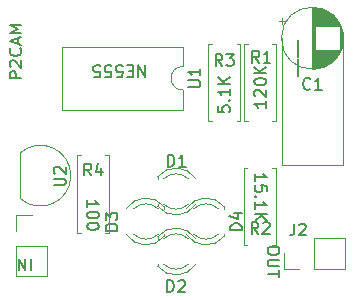
<source format=gbr>
%TF.GenerationSoftware,KiCad,Pcbnew,8.0.5*%
%TF.CreationDate,2025-07-29T10:24:45+02:00*%
%TF.ProjectId,LED_FADER,4c45445f-4641-4444-9552-2e6b69636164,rev?*%
%TF.SameCoordinates,Original*%
%TF.FileFunction,Legend,Top*%
%TF.FilePolarity,Positive*%
%FSLAX46Y46*%
G04 Gerber Fmt 4.6, Leading zero omitted, Abs format (unit mm)*
G04 Created by KiCad (PCBNEW 8.0.5) date 2025-07-29 10:24:45*
%MOMM*%
%LPD*%
G01*
G04 APERTURE LIST*
%ADD10C,0.100000*%
%ADD11C,0.150000*%
%ADD12C,0.190000*%
%ADD13C,0.200000*%
%ADD14C,0.120000*%
G04 APERTURE END LIST*
D10*
X146365113Y-79080000D02*
X146365113Y-89840000D01*
X146365113Y-89840000D02*
X151595113Y-89840000D01*
X151595113Y-89840000D02*
X151595113Y-79080000D01*
D11*
X140974819Y-84836190D02*
X140974819Y-85312380D01*
X140974819Y-85312380D02*
X141451009Y-85359999D01*
X141451009Y-85359999D02*
X141403390Y-85312380D01*
X141403390Y-85312380D02*
X141355771Y-85217142D01*
X141355771Y-85217142D02*
X141355771Y-84979047D01*
X141355771Y-84979047D02*
X141403390Y-84883809D01*
X141403390Y-84883809D02*
X141451009Y-84836190D01*
X141451009Y-84836190D02*
X141546247Y-84788571D01*
X141546247Y-84788571D02*
X141784342Y-84788571D01*
X141784342Y-84788571D02*
X141879580Y-84836190D01*
X141879580Y-84836190D02*
X141927200Y-84883809D01*
X141927200Y-84883809D02*
X141974819Y-84979047D01*
X141974819Y-84979047D02*
X141974819Y-85217142D01*
X141974819Y-85217142D02*
X141927200Y-85312380D01*
X141927200Y-85312380D02*
X141879580Y-85359999D01*
X141879580Y-84359999D02*
X141927200Y-84312380D01*
X141927200Y-84312380D02*
X141974819Y-84359999D01*
X141974819Y-84359999D02*
X141927200Y-84407618D01*
X141927200Y-84407618D02*
X141879580Y-84359999D01*
X141879580Y-84359999D02*
X141974819Y-84359999D01*
X141974819Y-83360000D02*
X141974819Y-83931428D01*
X141974819Y-83645714D02*
X140974819Y-83645714D01*
X140974819Y-83645714D02*
X141117676Y-83740952D01*
X141117676Y-83740952D02*
X141212914Y-83836190D01*
X141212914Y-83836190D02*
X141260533Y-83931428D01*
X141974819Y-82931428D02*
X140974819Y-82931428D01*
X141974819Y-82360000D02*
X141403390Y-82788571D01*
X140974819Y-82360000D02*
X141546247Y-82931428D01*
X144095180Y-91145238D02*
X144095180Y-90573810D01*
X144095180Y-90859524D02*
X145095180Y-90859524D01*
X145095180Y-90859524D02*
X144952323Y-90764286D01*
X144952323Y-90764286D02*
X144857085Y-90669048D01*
X144857085Y-90669048D02*
X144809466Y-90573810D01*
X145095180Y-92050000D02*
X145095180Y-91573810D01*
X145095180Y-91573810D02*
X144618990Y-91526191D01*
X144618990Y-91526191D02*
X144666609Y-91573810D01*
X144666609Y-91573810D02*
X144714228Y-91669048D01*
X144714228Y-91669048D02*
X144714228Y-91907143D01*
X144714228Y-91907143D02*
X144666609Y-92002381D01*
X144666609Y-92002381D02*
X144618990Y-92050000D01*
X144618990Y-92050000D02*
X144523752Y-92097619D01*
X144523752Y-92097619D02*
X144285657Y-92097619D01*
X144285657Y-92097619D02*
X144190419Y-92050000D01*
X144190419Y-92050000D02*
X144142800Y-92002381D01*
X144142800Y-92002381D02*
X144095180Y-91907143D01*
X144095180Y-91907143D02*
X144095180Y-91669048D01*
X144095180Y-91669048D02*
X144142800Y-91573810D01*
X144142800Y-91573810D02*
X144190419Y-91526191D01*
X144190419Y-92526191D02*
X144142800Y-92573810D01*
X144142800Y-92573810D02*
X144095180Y-92526191D01*
X144095180Y-92526191D02*
X144142800Y-92478572D01*
X144142800Y-92478572D02*
X144190419Y-92526191D01*
X144190419Y-92526191D02*
X144095180Y-92526191D01*
X144095180Y-93526190D02*
X144095180Y-92954762D01*
X144095180Y-93240476D02*
X145095180Y-93240476D01*
X145095180Y-93240476D02*
X144952323Y-93145238D01*
X144952323Y-93145238D02*
X144857085Y-93050000D01*
X144857085Y-93050000D02*
X144809466Y-92954762D01*
X144095180Y-93954762D02*
X145095180Y-93954762D01*
X144095180Y-94526190D02*
X144666609Y-94097619D01*
X145095180Y-94526190D02*
X144523752Y-93954762D01*
X129885180Y-93393333D02*
X129885180Y-92821905D01*
X129885180Y-93107619D02*
X130885180Y-93107619D01*
X130885180Y-93107619D02*
X130742323Y-93012381D01*
X130742323Y-93012381D02*
X130647085Y-92917143D01*
X130647085Y-92917143D02*
X130599466Y-92821905D01*
X130885180Y-94012381D02*
X130885180Y-94107619D01*
X130885180Y-94107619D02*
X130837561Y-94202857D01*
X130837561Y-94202857D02*
X130789942Y-94250476D01*
X130789942Y-94250476D02*
X130694704Y-94298095D01*
X130694704Y-94298095D02*
X130504228Y-94345714D01*
X130504228Y-94345714D02*
X130266133Y-94345714D01*
X130266133Y-94345714D02*
X130075657Y-94298095D01*
X130075657Y-94298095D02*
X129980419Y-94250476D01*
X129980419Y-94250476D02*
X129932800Y-94202857D01*
X129932800Y-94202857D02*
X129885180Y-94107619D01*
X129885180Y-94107619D02*
X129885180Y-94012381D01*
X129885180Y-94012381D02*
X129932800Y-93917143D01*
X129932800Y-93917143D02*
X129980419Y-93869524D01*
X129980419Y-93869524D02*
X130075657Y-93821905D01*
X130075657Y-93821905D02*
X130266133Y-93774286D01*
X130266133Y-93774286D02*
X130504228Y-93774286D01*
X130504228Y-93774286D02*
X130694704Y-93821905D01*
X130694704Y-93821905D02*
X130789942Y-93869524D01*
X130789942Y-93869524D02*
X130837561Y-93917143D01*
X130837561Y-93917143D02*
X130885180Y-94012381D01*
X130885180Y-94964762D02*
X130885180Y-95060000D01*
X130885180Y-95060000D02*
X130837561Y-95155238D01*
X130837561Y-95155238D02*
X130789942Y-95202857D01*
X130789942Y-95202857D02*
X130694704Y-95250476D01*
X130694704Y-95250476D02*
X130504228Y-95298095D01*
X130504228Y-95298095D02*
X130266133Y-95298095D01*
X130266133Y-95298095D02*
X130075657Y-95250476D01*
X130075657Y-95250476D02*
X129980419Y-95202857D01*
X129980419Y-95202857D02*
X129932800Y-95155238D01*
X129932800Y-95155238D02*
X129885180Y-95060000D01*
X129885180Y-95060000D02*
X129885180Y-94964762D01*
X129885180Y-94964762D02*
X129932800Y-94869524D01*
X129932800Y-94869524D02*
X129980419Y-94821905D01*
X129980419Y-94821905D02*
X130075657Y-94774286D01*
X130075657Y-94774286D02*
X130266133Y-94726667D01*
X130266133Y-94726667D02*
X130504228Y-94726667D01*
X130504228Y-94726667D02*
X130694704Y-94774286D01*
X130694704Y-94774286D02*
X130789942Y-94821905D01*
X130789942Y-94821905D02*
X130837561Y-94869524D01*
X130837561Y-94869524D02*
X130885180Y-94964762D01*
X145054819Y-84396666D02*
X145054819Y-84968094D01*
X145054819Y-84682380D02*
X144054819Y-84682380D01*
X144054819Y-84682380D02*
X144197676Y-84777618D01*
X144197676Y-84777618D02*
X144292914Y-84872856D01*
X144292914Y-84872856D02*
X144340533Y-84968094D01*
X144150057Y-84015713D02*
X144102438Y-83968094D01*
X144102438Y-83968094D02*
X144054819Y-83872856D01*
X144054819Y-83872856D02*
X144054819Y-83634761D01*
X144054819Y-83634761D02*
X144102438Y-83539523D01*
X144102438Y-83539523D02*
X144150057Y-83491904D01*
X144150057Y-83491904D02*
X144245295Y-83444285D01*
X144245295Y-83444285D02*
X144340533Y-83444285D01*
X144340533Y-83444285D02*
X144483390Y-83491904D01*
X144483390Y-83491904D02*
X145054819Y-84063332D01*
X145054819Y-84063332D02*
X145054819Y-83444285D01*
X144054819Y-82825237D02*
X144054819Y-82729999D01*
X144054819Y-82729999D02*
X144102438Y-82634761D01*
X144102438Y-82634761D02*
X144150057Y-82587142D01*
X144150057Y-82587142D02*
X144245295Y-82539523D01*
X144245295Y-82539523D02*
X144435771Y-82491904D01*
X144435771Y-82491904D02*
X144673866Y-82491904D01*
X144673866Y-82491904D02*
X144864342Y-82539523D01*
X144864342Y-82539523D02*
X144959580Y-82587142D01*
X144959580Y-82587142D02*
X145007200Y-82634761D01*
X145007200Y-82634761D02*
X145054819Y-82729999D01*
X145054819Y-82729999D02*
X145054819Y-82825237D01*
X145054819Y-82825237D02*
X145007200Y-82920475D01*
X145007200Y-82920475D02*
X144959580Y-82968094D01*
X144959580Y-82968094D02*
X144864342Y-83015713D01*
X144864342Y-83015713D02*
X144673866Y-83063332D01*
X144673866Y-83063332D02*
X144435771Y-83063332D01*
X144435771Y-83063332D02*
X144245295Y-83015713D01*
X144245295Y-83015713D02*
X144150057Y-82968094D01*
X144150057Y-82968094D02*
X144102438Y-82920475D01*
X144102438Y-82920475D02*
X144054819Y-82825237D01*
X145054819Y-82063332D02*
X144054819Y-82063332D01*
X145054819Y-81491904D02*
X144483390Y-81920475D01*
X144054819Y-81491904D02*
X144626247Y-82063332D01*
D12*
X124332739Y-82478094D02*
X123332739Y-82478094D01*
X123332739Y-82478094D02*
X123332739Y-82097142D01*
X123332739Y-82097142D02*
X123380358Y-82001904D01*
X123380358Y-82001904D02*
X123427977Y-81954285D01*
X123427977Y-81954285D02*
X123523215Y-81906666D01*
X123523215Y-81906666D02*
X123666072Y-81906666D01*
X123666072Y-81906666D02*
X123761310Y-81954285D01*
X123761310Y-81954285D02*
X123808929Y-82001904D01*
X123808929Y-82001904D02*
X123856548Y-82097142D01*
X123856548Y-82097142D02*
X123856548Y-82478094D01*
X123427977Y-81525713D02*
X123380358Y-81478094D01*
X123380358Y-81478094D02*
X123332739Y-81382856D01*
X123332739Y-81382856D02*
X123332739Y-81144761D01*
X123332739Y-81144761D02*
X123380358Y-81049523D01*
X123380358Y-81049523D02*
X123427977Y-81001904D01*
X123427977Y-81001904D02*
X123523215Y-80954285D01*
X123523215Y-80954285D02*
X123618453Y-80954285D01*
X123618453Y-80954285D02*
X123761310Y-81001904D01*
X123761310Y-81001904D02*
X124332739Y-81573332D01*
X124332739Y-81573332D02*
X124332739Y-80954285D01*
X124237500Y-79954285D02*
X124285120Y-80001904D01*
X124285120Y-80001904D02*
X124332739Y-80144761D01*
X124332739Y-80144761D02*
X124332739Y-80239999D01*
X124332739Y-80239999D02*
X124285120Y-80382856D01*
X124285120Y-80382856D02*
X124189881Y-80478094D01*
X124189881Y-80478094D02*
X124094643Y-80525713D01*
X124094643Y-80525713D02*
X123904167Y-80573332D01*
X123904167Y-80573332D02*
X123761310Y-80573332D01*
X123761310Y-80573332D02*
X123570834Y-80525713D01*
X123570834Y-80525713D02*
X123475596Y-80478094D01*
X123475596Y-80478094D02*
X123380358Y-80382856D01*
X123380358Y-80382856D02*
X123332739Y-80239999D01*
X123332739Y-80239999D02*
X123332739Y-80144761D01*
X123332739Y-80144761D02*
X123380358Y-80001904D01*
X123380358Y-80001904D02*
X123427977Y-79954285D01*
X124047024Y-79573332D02*
X124047024Y-79097142D01*
X124332739Y-79668570D02*
X123332739Y-79335237D01*
X123332739Y-79335237D02*
X124332739Y-79001904D01*
X124332739Y-78668570D02*
X123332739Y-78668570D01*
X123332739Y-78668570D02*
X124047024Y-78335237D01*
X124047024Y-78335237D02*
X123332739Y-78001904D01*
X123332739Y-78001904D02*
X124332739Y-78001904D01*
D11*
X134816666Y-81375180D02*
X134816666Y-82375180D01*
X134816666Y-82375180D02*
X134245238Y-81375180D01*
X134245238Y-81375180D02*
X134245238Y-82375180D01*
X133769047Y-81898990D02*
X133435714Y-81898990D01*
X133292857Y-81375180D02*
X133769047Y-81375180D01*
X133769047Y-81375180D02*
X133769047Y-82375180D01*
X133769047Y-82375180D02*
X133292857Y-82375180D01*
X132388095Y-82375180D02*
X132864285Y-82375180D01*
X132864285Y-82375180D02*
X132911904Y-81898990D01*
X132911904Y-81898990D02*
X132864285Y-81946609D01*
X132864285Y-81946609D02*
X132769047Y-81994228D01*
X132769047Y-81994228D02*
X132530952Y-81994228D01*
X132530952Y-81994228D02*
X132435714Y-81946609D01*
X132435714Y-81946609D02*
X132388095Y-81898990D01*
X132388095Y-81898990D02*
X132340476Y-81803752D01*
X132340476Y-81803752D02*
X132340476Y-81565657D01*
X132340476Y-81565657D02*
X132388095Y-81470419D01*
X132388095Y-81470419D02*
X132435714Y-81422800D01*
X132435714Y-81422800D02*
X132530952Y-81375180D01*
X132530952Y-81375180D02*
X132769047Y-81375180D01*
X132769047Y-81375180D02*
X132864285Y-81422800D01*
X132864285Y-81422800D02*
X132911904Y-81470419D01*
X131435714Y-82375180D02*
X131911904Y-82375180D01*
X131911904Y-82375180D02*
X131959523Y-81898990D01*
X131959523Y-81898990D02*
X131911904Y-81946609D01*
X131911904Y-81946609D02*
X131816666Y-81994228D01*
X131816666Y-81994228D02*
X131578571Y-81994228D01*
X131578571Y-81994228D02*
X131483333Y-81946609D01*
X131483333Y-81946609D02*
X131435714Y-81898990D01*
X131435714Y-81898990D02*
X131388095Y-81803752D01*
X131388095Y-81803752D02*
X131388095Y-81565657D01*
X131388095Y-81565657D02*
X131435714Y-81470419D01*
X131435714Y-81470419D02*
X131483333Y-81422800D01*
X131483333Y-81422800D02*
X131578571Y-81375180D01*
X131578571Y-81375180D02*
X131816666Y-81375180D01*
X131816666Y-81375180D02*
X131911904Y-81422800D01*
X131911904Y-81422800D02*
X131959523Y-81470419D01*
X130483333Y-82375180D02*
X130959523Y-82375180D01*
X130959523Y-82375180D02*
X131007142Y-81898990D01*
X131007142Y-81898990D02*
X130959523Y-81946609D01*
X130959523Y-81946609D02*
X130864285Y-81994228D01*
X130864285Y-81994228D02*
X130626190Y-81994228D01*
X130626190Y-81994228D02*
X130530952Y-81946609D01*
X130530952Y-81946609D02*
X130483333Y-81898990D01*
X130483333Y-81898990D02*
X130435714Y-81803752D01*
X130435714Y-81803752D02*
X130435714Y-81565657D01*
X130435714Y-81565657D02*
X130483333Y-81470419D01*
X130483333Y-81470419D02*
X130530952Y-81422800D01*
X130530952Y-81422800D02*
X130626190Y-81375180D01*
X130626190Y-81375180D02*
X130864285Y-81375180D01*
X130864285Y-81375180D02*
X130959523Y-81422800D01*
X130959523Y-81422800D02*
X131007142Y-81470419D01*
D13*
X147739999Y-80839419D02*
X147739999Y-82267991D01*
X147739999Y-79229475D02*
X147739999Y-80658047D01*
X146177780Y-96980000D02*
X146177780Y-97170476D01*
X146177780Y-97170476D02*
X146130161Y-97265714D01*
X146130161Y-97265714D02*
X146034923Y-97360952D01*
X146034923Y-97360952D02*
X145844447Y-97408571D01*
X145844447Y-97408571D02*
X145511114Y-97408571D01*
X145511114Y-97408571D02*
X145320638Y-97360952D01*
X145320638Y-97360952D02*
X145225400Y-97265714D01*
X145225400Y-97265714D02*
X145177780Y-97170476D01*
X145177780Y-97170476D02*
X145177780Y-96980000D01*
X145177780Y-96980000D02*
X145225400Y-96884762D01*
X145225400Y-96884762D02*
X145320638Y-96789524D01*
X145320638Y-96789524D02*
X145511114Y-96741905D01*
X145511114Y-96741905D02*
X145844447Y-96741905D01*
X145844447Y-96741905D02*
X146034923Y-96789524D01*
X146034923Y-96789524D02*
X146130161Y-96884762D01*
X146130161Y-96884762D02*
X146177780Y-96980000D01*
X146177780Y-97837143D02*
X145368257Y-97837143D01*
X145368257Y-97837143D02*
X145273019Y-97884762D01*
X145273019Y-97884762D02*
X145225400Y-97932381D01*
X145225400Y-97932381D02*
X145177780Y-98027619D01*
X145177780Y-98027619D02*
X145177780Y-98218095D01*
X145177780Y-98218095D02*
X145225400Y-98313333D01*
X145225400Y-98313333D02*
X145273019Y-98360952D01*
X145273019Y-98360952D02*
X145368257Y-98408571D01*
X145368257Y-98408571D02*
X146177780Y-98408571D01*
X146177780Y-98741905D02*
X146177780Y-99313333D01*
X145177780Y-99027619D02*
X146177780Y-99027619D01*
X125153808Y-97747780D02*
X125153808Y-98747780D01*
X124677618Y-97747780D02*
X124677618Y-98747780D01*
X124677618Y-98747780D02*
X124106190Y-97747780D01*
X124106190Y-97747780D02*
X124106190Y-98747780D01*
D11*
X127074819Y-91561904D02*
X127884342Y-91561904D01*
X127884342Y-91561904D02*
X127979580Y-91514285D01*
X127979580Y-91514285D02*
X128027200Y-91466666D01*
X128027200Y-91466666D02*
X128074819Y-91371428D01*
X128074819Y-91371428D02*
X128074819Y-91180952D01*
X128074819Y-91180952D02*
X128027200Y-91085714D01*
X128027200Y-91085714D02*
X127979580Y-91038095D01*
X127979580Y-91038095D02*
X127884342Y-90990476D01*
X127884342Y-90990476D02*
X127074819Y-90990476D01*
X127170057Y-90561904D02*
X127122438Y-90514285D01*
X127122438Y-90514285D02*
X127074819Y-90419047D01*
X127074819Y-90419047D02*
X127074819Y-90180952D01*
X127074819Y-90180952D02*
X127122438Y-90085714D01*
X127122438Y-90085714D02*
X127170057Y-90038095D01*
X127170057Y-90038095D02*
X127265295Y-89990476D01*
X127265295Y-89990476D02*
X127360533Y-89990476D01*
X127360533Y-89990476D02*
X127503390Y-90038095D01*
X127503390Y-90038095D02*
X128074819Y-90609523D01*
X128074819Y-90609523D02*
X128074819Y-89990476D01*
X141353333Y-81424819D02*
X141020000Y-80948628D01*
X140781905Y-81424819D02*
X140781905Y-80424819D01*
X140781905Y-80424819D02*
X141162857Y-80424819D01*
X141162857Y-80424819D02*
X141258095Y-80472438D01*
X141258095Y-80472438D02*
X141305714Y-80520057D01*
X141305714Y-80520057D02*
X141353333Y-80615295D01*
X141353333Y-80615295D02*
X141353333Y-80758152D01*
X141353333Y-80758152D02*
X141305714Y-80853390D01*
X141305714Y-80853390D02*
X141258095Y-80901009D01*
X141258095Y-80901009D02*
X141162857Y-80948628D01*
X141162857Y-80948628D02*
X140781905Y-80948628D01*
X141686667Y-80424819D02*
X142305714Y-80424819D01*
X142305714Y-80424819D02*
X141972381Y-80805771D01*
X141972381Y-80805771D02*
X142115238Y-80805771D01*
X142115238Y-80805771D02*
X142210476Y-80853390D01*
X142210476Y-80853390D02*
X142258095Y-80901009D01*
X142258095Y-80901009D02*
X142305714Y-80996247D01*
X142305714Y-80996247D02*
X142305714Y-81234342D01*
X142305714Y-81234342D02*
X142258095Y-81329580D01*
X142258095Y-81329580D02*
X142210476Y-81377200D01*
X142210476Y-81377200D02*
X142115238Y-81424819D01*
X142115238Y-81424819D02*
X141829524Y-81424819D01*
X141829524Y-81424819D02*
X141734286Y-81377200D01*
X141734286Y-81377200D02*
X141686667Y-81329580D01*
X142999819Y-95348094D02*
X141999819Y-95348094D01*
X141999819Y-95348094D02*
X141999819Y-95109999D01*
X141999819Y-95109999D02*
X142047438Y-94967142D01*
X142047438Y-94967142D02*
X142142676Y-94871904D01*
X142142676Y-94871904D02*
X142237914Y-94824285D01*
X142237914Y-94824285D02*
X142428390Y-94776666D01*
X142428390Y-94776666D02*
X142571247Y-94776666D01*
X142571247Y-94776666D02*
X142761723Y-94824285D01*
X142761723Y-94824285D02*
X142856961Y-94871904D01*
X142856961Y-94871904D02*
X142952200Y-94967142D01*
X142952200Y-94967142D02*
X142999819Y-95109999D01*
X142999819Y-95109999D02*
X142999819Y-95348094D01*
X142333152Y-93919523D02*
X142999819Y-93919523D01*
X141952200Y-94157618D02*
X142666485Y-94395713D01*
X142666485Y-94395713D02*
X142666485Y-93776666D01*
X144463333Y-81164819D02*
X144130000Y-80688628D01*
X143891905Y-81164819D02*
X143891905Y-80164819D01*
X143891905Y-80164819D02*
X144272857Y-80164819D01*
X144272857Y-80164819D02*
X144368095Y-80212438D01*
X144368095Y-80212438D02*
X144415714Y-80260057D01*
X144415714Y-80260057D02*
X144463333Y-80355295D01*
X144463333Y-80355295D02*
X144463333Y-80498152D01*
X144463333Y-80498152D02*
X144415714Y-80593390D01*
X144415714Y-80593390D02*
X144368095Y-80641009D01*
X144368095Y-80641009D02*
X144272857Y-80688628D01*
X144272857Y-80688628D02*
X143891905Y-80688628D01*
X145415714Y-81164819D02*
X144844286Y-81164819D01*
X145130000Y-81164819D02*
X145130000Y-80164819D01*
X145130000Y-80164819D02*
X145034762Y-80307676D01*
X145034762Y-80307676D02*
X144939524Y-80402914D01*
X144939524Y-80402914D02*
X144844286Y-80450533D01*
X132469819Y-95378094D02*
X131469819Y-95378094D01*
X131469819Y-95378094D02*
X131469819Y-95139999D01*
X131469819Y-95139999D02*
X131517438Y-94997142D01*
X131517438Y-94997142D02*
X131612676Y-94901904D01*
X131612676Y-94901904D02*
X131707914Y-94854285D01*
X131707914Y-94854285D02*
X131898390Y-94806666D01*
X131898390Y-94806666D02*
X132041247Y-94806666D01*
X132041247Y-94806666D02*
X132231723Y-94854285D01*
X132231723Y-94854285D02*
X132326961Y-94901904D01*
X132326961Y-94901904D02*
X132422200Y-94997142D01*
X132422200Y-94997142D02*
X132469819Y-95139999D01*
X132469819Y-95139999D02*
X132469819Y-95378094D01*
X131469819Y-94473332D02*
X131469819Y-93854285D01*
X131469819Y-93854285D02*
X131850771Y-94187618D01*
X131850771Y-94187618D02*
X131850771Y-94044761D01*
X131850771Y-94044761D02*
X131898390Y-93949523D01*
X131898390Y-93949523D02*
X131946009Y-93901904D01*
X131946009Y-93901904D02*
X132041247Y-93854285D01*
X132041247Y-93854285D02*
X132279342Y-93854285D01*
X132279342Y-93854285D02*
X132374580Y-93901904D01*
X132374580Y-93901904D02*
X132422200Y-93949523D01*
X132422200Y-93949523D02*
X132469819Y-94044761D01*
X132469819Y-94044761D02*
X132469819Y-94330475D01*
X132469819Y-94330475D02*
X132422200Y-94425713D01*
X132422200Y-94425713D02*
X132374580Y-94473332D01*
X138464819Y-83241904D02*
X139274342Y-83241904D01*
X139274342Y-83241904D02*
X139369580Y-83194285D01*
X139369580Y-83194285D02*
X139417200Y-83146666D01*
X139417200Y-83146666D02*
X139464819Y-83051428D01*
X139464819Y-83051428D02*
X139464819Y-82860952D01*
X139464819Y-82860952D02*
X139417200Y-82765714D01*
X139417200Y-82765714D02*
X139369580Y-82718095D01*
X139369580Y-82718095D02*
X139274342Y-82670476D01*
X139274342Y-82670476D02*
X138464819Y-82670476D01*
X139464819Y-81670476D02*
X139464819Y-82241904D01*
X139464819Y-81956190D02*
X138464819Y-81956190D01*
X138464819Y-81956190D02*
X138607676Y-82051428D01*
X138607676Y-82051428D02*
X138702914Y-82146666D01*
X138702914Y-82146666D02*
X138750533Y-82241904D01*
X130243333Y-90714819D02*
X129910000Y-90238628D01*
X129671905Y-90714819D02*
X129671905Y-89714819D01*
X129671905Y-89714819D02*
X130052857Y-89714819D01*
X130052857Y-89714819D02*
X130148095Y-89762438D01*
X130148095Y-89762438D02*
X130195714Y-89810057D01*
X130195714Y-89810057D02*
X130243333Y-89905295D01*
X130243333Y-89905295D02*
X130243333Y-90048152D01*
X130243333Y-90048152D02*
X130195714Y-90143390D01*
X130195714Y-90143390D02*
X130148095Y-90191009D01*
X130148095Y-90191009D02*
X130052857Y-90238628D01*
X130052857Y-90238628D02*
X129671905Y-90238628D01*
X131100476Y-90048152D02*
X131100476Y-90714819D01*
X130862381Y-89667200D02*
X130624286Y-90381485D01*
X130624286Y-90381485D02*
X131243333Y-90381485D01*
X148808333Y-83349580D02*
X148760714Y-83397200D01*
X148760714Y-83397200D02*
X148617857Y-83444819D01*
X148617857Y-83444819D02*
X148522619Y-83444819D01*
X148522619Y-83444819D02*
X148379762Y-83397200D01*
X148379762Y-83397200D02*
X148284524Y-83301961D01*
X148284524Y-83301961D02*
X148236905Y-83206723D01*
X148236905Y-83206723D02*
X148189286Y-83016247D01*
X148189286Y-83016247D02*
X148189286Y-82873390D01*
X148189286Y-82873390D02*
X148236905Y-82682914D01*
X148236905Y-82682914D02*
X148284524Y-82587676D01*
X148284524Y-82587676D02*
X148379762Y-82492438D01*
X148379762Y-82492438D02*
X148522619Y-82444819D01*
X148522619Y-82444819D02*
X148617857Y-82444819D01*
X148617857Y-82444819D02*
X148760714Y-82492438D01*
X148760714Y-82492438D02*
X148808333Y-82540057D01*
X149760714Y-83444819D02*
X149189286Y-83444819D01*
X149475000Y-83444819D02*
X149475000Y-82444819D01*
X149475000Y-82444819D02*
X149379762Y-82587676D01*
X149379762Y-82587676D02*
X149284524Y-82682914D01*
X149284524Y-82682914D02*
X149189286Y-82730533D01*
X147426666Y-94784819D02*
X147426666Y-95499104D01*
X147426666Y-95499104D02*
X147379047Y-95641961D01*
X147379047Y-95641961D02*
X147283809Y-95737200D01*
X147283809Y-95737200D02*
X147140952Y-95784819D01*
X147140952Y-95784819D02*
X147045714Y-95784819D01*
X147855238Y-94880057D02*
X147902857Y-94832438D01*
X147902857Y-94832438D02*
X147998095Y-94784819D01*
X147998095Y-94784819D02*
X148236190Y-94784819D01*
X148236190Y-94784819D02*
X148331428Y-94832438D01*
X148331428Y-94832438D02*
X148379047Y-94880057D01*
X148379047Y-94880057D02*
X148426666Y-94975295D01*
X148426666Y-94975295D02*
X148426666Y-95070533D01*
X148426666Y-95070533D02*
X148379047Y-95213390D01*
X148379047Y-95213390D02*
X147807619Y-95784819D01*
X147807619Y-95784819D02*
X148426666Y-95784819D01*
X136716905Y-89954819D02*
X136716905Y-88954819D01*
X136716905Y-88954819D02*
X136955000Y-88954819D01*
X136955000Y-88954819D02*
X137097857Y-89002438D01*
X137097857Y-89002438D02*
X137193095Y-89097676D01*
X137193095Y-89097676D02*
X137240714Y-89192914D01*
X137240714Y-89192914D02*
X137288333Y-89383390D01*
X137288333Y-89383390D02*
X137288333Y-89526247D01*
X137288333Y-89526247D02*
X137240714Y-89716723D01*
X137240714Y-89716723D02*
X137193095Y-89811961D01*
X137193095Y-89811961D02*
X137097857Y-89907200D01*
X137097857Y-89907200D02*
X136955000Y-89954819D01*
X136955000Y-89954819D02*
X136716905Y-89954819D01*
X138240714Y-89954819D02*
X137669286Y-89954819D01*
X137955000Y-89954819D02*
X137955000Y-88954819D01*
X137955000Y-88954819D02*
X137859762Y-89097676D01*
X137859762Y-89097676D02*
X137764524Y-89192914D01*
X137764524Y-89192914D02*
X137669286Y-89240533D01*
X136681905Y-100574819D02*
X136681905Y-99574819D01*
X136681905Y-99574819D02*
X136920000Y-99574819D01*
X136920000Y-99574819D02*
X137062857Y-99622438D01*
X137062857Y-99622438D02*
X137158095Y-99717676D01*
X137158095Y-99717676D02*
X137205714Y-99812914D01*
X137205714Y-99812914D02*
X137253333Y-100003390D01*
X137253333Y-100003390D02*
X137253333Y-100146247D01*
X137253333Y-100146247D02*
X137205714Y-100336723D01*
X137205714Y-100336723D02*
X137158095Y-100431961D01*
X137158095Y-100431961D02*
X137062857Y-100527200D01*
X137062857Y-100527200D02*
X136920000Y-100574819D01*
X136920000Y-100574819D02*
X136681905Y-100574819D01*
X137634286Y-99670057D02*
X137681905Y-99622438D01*
X137681905Y-99622438D02*
X137777143Y-99574819D01*
X137777143Y-99574819D02*
X138015238Y-99574819D01*
X138015238Y-99574819D02*
X138110476Y-99622438D01*
X138110476Y-99622438D02*
X138158095Y-99670057D01*
X138158095Y-99670057D02*
X138205714Y-99765295D01*
X138205714Y-99765295D02*
X138205714Y-99860533D01*
X138205714Y-99860533D02*
X138158095Y-100003390D01*
X138158095Y-100003390D02*
X137586667Y-100574819D01*
X137586667Y-100574819D02*
X138205714Y-100574819D01*
X144403333Y-95664819D02*
X144070000Y-95188628D01*
X143831905Y-95664819D02*
X143831905Y-94664819D01*
X143831905Y-94664819D02*
X144212857Y-94664819D01*
X144212857Y-94664819D02*
X144308095Y-94712438D01*
X144308095Y-94712438D02*
X144355714Y-94760057D01*
X144355714Y-94760057D02*
X144403333Y-94855295D01*
X144403333Y-94855295D02*
X144403333Y-94998152D01*
X144403333Y-94998152D02*
X144355714Y-95093390D01*
X144355714Y-95093390D02*
X144308095Y-95141009D01*
X144308095Y-95141009D02*
X144212857Y-95188628D01*
X144212857Y-95188628D02*
X143831905Y-95188628D01*
X144784286Y-94760057D02*
X144831905Y-94712438D01*
X144831905Y-94712438D02*
X144927143Y-94664819D01*
X144927143Y-94664819D02*
X145165238Y-94664819D01*
X145165238Y-94664819D02*
X145260476Y-94712438D01*
X145260476Y-94712438D02*
X145308095Y-94760057D01*
X145308095Y-94760057D02*
X145355714Y-94855295D01*
X145355714Y-94855295D02*
X145355714Y-94950533D01*
X145355714Y-94950533D02*
X145308095Y-95093390D01*
X145308095Y-95093390D02*
X144736667Y-95664819D01*
X144736667Y-95664819D02*
X145355714Y-95664819D01*
D14*
%TO.C,U2*%
X124240000Y-88790000D02*
X124240000Y-92640000D01*
X124240000Y-88790000D02*
G75*
G02*
X124249878Y-92678611I1700000J-1940000D01*
G01*
%TO.C,R3*%
X140140000Y-79550000D02*
X140470000Y-79550000D01*
X140140000Y-86090000D02*
X140140000Y-79550000D01*
X140470000Y-86090000D02*
X140140000Y-86090000D01*
X142550000Y-86090000D02*
X142880000Y-86090000D01*
X142880000Y-79550000D02*
X142550000Y-79550000D01*
X142880000Y-86090000D02*
X142880000Y-79550000D01*
%TO.C,D4*%
X141525000Y-93530000D02*
X141525000Y-93374000D01*
X141525000Y-95846000D02*
X141525000Y-95690000D01*
X138292665Y-93531392D02*
G75*
G02*
X141525000Y-93374484I1672335J-1078608D01*
G01*
X138923870Y-93530163D02*
G75*
G02*
X141005961Y-93530000I1041130J-1079837D01*
G01*
X141005961Y-95690000D02*
G75*
G02*
X138923870Y-95689837I-1040961J1080000D01*
G01*
X141525000Y-95845516D02*
G75*
G02*
X138292665Y-95688608I-1560000J1235516D01*
G01*
%TO.C,R1*%
X143180000Y-79580000D02*
X143510000Y-79580000D01*
X143180000Y-86120000D02*
X143180000Y-79580000D01*
X143510000Y-86120000D02*
X143180000Y-86120000D01*
X145590000Y-86120000D02*
X145920000Y-86120000D01*
X145920000Y-79580000D02*
X145590000Y-79580000D01*
X145920000Y-86120000D02*
X145920000Y-79580000D01*
%TO.C,D3*%
X136445000Y-93530000D02*
X136445000Y-93374000D01*
X136445000Y-95846000D02*
X136445000Y-95690000D01*
X133212665Y-93531392D02*
G75*
G02*
X136445000Y-93374484I1672335J-1078608D01*
G01*
X133843870Y-93530163D02*
G75*
G02*
X135925961Y-93530000I1041130J-1079837D01*
G01*
X135925961Y-95690000D02*
G75*
G02*
X133843870Y-95689837I-1040961J1080000D01*
G01*
X136445000Y-95845516D02*
G75*
G02*
X133212665Y-95688608I-1560000J1235516D01*
G01*
%TO.C,U1*%
X127730000Y-79830000D02*
X127730000Y-85130000D01*
X127730000Y-85130000D02*
X138010000Y-85130000D01*
X138010000Y-79830000D02*
X127730000Y-79830000D01*
X138010000Y-81480000D02*
X138010000Y-79830000D01*
X138010000Y-85130000D02*
X138010000Y-83480000D01*
X138010000Y-83480000D02*
G75*
G02*
X138010000Y-81480000I0J1000000D01*
G01*
%TO.C,R4*%
X129010000Y-89010000D02*
X129010000Y-95550000D01*
X129010000Y-95550000D02*
X129340000Y-95550000D01*
X129340000Y-89010000D02*
X129010000Y-89010000D01*
X131420000Y-89010000D02*
X131750000Y-89010000D01*
X131750000Y-89010000D02*
X131750000Y-95550000D01*
X131750000Y-95550000D02*
X131420000Y-95550000D01*
%TO.C,C1*%
X146165225Y-77615000D02*
X146665225Y-77615000D01*
X146415225Y-77365000D02*
X146415225Y-77865000D01*
X148970000Y-76510000D02*
X148970000Y-81670000D01*
X149010000Y-76510000D02*
X149010000Y-81670000D01*
X149050000Y-76511000D02*
X149050000Y-81669000D01*
X149090000Y-76512000D02*
X149090000Y-81668000D01*
X149130000Y-76514000D02*
X149130000Y-81666000D01*
X149170000Y-76517000D02*
X149170000Y-81663000D01*
X149210000Y-76521000D02*
X149210000Y-78050000D01*
X149210000Y-80130000D02*
X149210000Y-81659000D01*
X149250000Y-76525000D02*
X149250000Y-78050000D01*
X149250000Y-80130000D02*
X149250000Y-81655000D01*
X149290000Y-76529000D02*
X149290000Y-78050000D01*
X149290000Y-80130000D02*
X149290000Y-81651000D01*
X149330000Y-76534000D02*
X149330000Y-78050000D01*
X149330000Y-80130000D02*
X149330000Y-81646000D01*
X149370000Y-76540000D02*
X149370000Y-78050000D01*
X149370000Y-80130000D02*
X149370000Y-81640000D01*
X149410000Y-76547000D02*
X149410000Y-78050000D01*
X149410000Y-80130000D02*
X149410000Y-81633000D01*
X149450000Y-76554000D02*
X149450000Y-78050000D01*
X149450000Y-80130000D02*
X149450000Y-81626000D01*
X149490000Y-76562000D02*
X149490000Y-78050000D01*
X149490000Y-80130000D02*
X149490000Y-81618000D01*
X149530000Y-76570000D02*
X149530000Y-78050000D01*
X149530000Y-80130000D02*
X149530000Y-81610000D01*
X149570000Y-76579000D02*
X149570000Y-78050000D01*
X149570000Y-80130000D02*
X149570000Y-81601000D01*
X149610000Y-76589000D02*
X149610000Y-78050000D01*
X149610000Y-80130000D02*
X149610000Y-81591000D01*
X149650000Y-76599000D02*
X149650000Y-78050000D01*
X149650000Y-80130000D02*
X149650000Y-81581000D01*
X149691000Y-76610000D02*
X149691000Y-78050000D01*
X149691000Y-80130000D02*
X149691000Y-81570000D01*
X149731000Y-76622000D02*
X149731000Y-78050000D01*
X149731000Y-80130000D02*
X149731000Y-81558000D01*
X149771000Y-76635000D02*
X149771000Y-78050000D01*
X149771000Y-80130000D02*
X149771000Y-81545000D01*
X149811000Y-76648000D02*
X149811000Y-78050000D01*
X149811000Y-80130000D02*
X149811000Y-81532000D01*
X149851000Y-76662000D02*
X149851000Y-78050000D01*
X149851000Y-80130000D02*
X149851000Y-81518000D01*
X149891000Y-76676000D02*
X149891000Y-78050000D01*
X149891000Y-80130000D02*
X149891000Y-81504000D01*
X149931000Y-76692000D02*
X149931000Y-78050000D01*
X149931000Y-80130000D02*
X149931000Y-81488000D01*
X149971000Y-76708000D02*
X149971000Y-78050000D01*
X149971000Y-80130000D02*
X149971000Y-81472000D01*
X150011000Y-76725000D02*
X150011000Y-78050000D01*
X150011000Y-80130000D02*
X150011000Y-81455000D01*
X150051000Y-76742000D02*
X150051000Y-78050000D01*
X150051000Y-80130000D02*
X150051000Y-81438000D01*
X150091000Y-76761000D02*
X150091000Y-78050000D01*
X150091000Y-80130000D02*
X150091000Y-81419000D01*
X150131000Y-76780000D02*
X150131000Y-78050000D01*
X150131000Y-80130000D02*
X150131000Y-81400000D01*
X150171000Y-76800000D02*
X150171000Y-78050000D01*
X150171000Y-80130000D02*
X150171000Y-81380000D01*
X150211000Y-76822000D02*
X150211000Y-78050000D01*
X150211000Y-80130000D02*
X150211000Y-81358000D01*
X150251000Y-76843000D02*
X150251000Y-78050000D01*
X150251000Y-80130000D02*
X150251000Y-81337000D01*
X150291000Y-76866000D02*
X150291000Y-78050000D01*
X150291000Y-80130000D02*
X150291000Y-81314000D01*
X150331000Y-76890000D02*
X150331000Y-78050000D01*
X150331000Y-80130000D02*
X150331000Y-81290000D01*
X150371000Y-76915000D02*
X150371000Y-78050000D01*
X150371000Y-80130000D02*
X150371000Y-81265000D01*
X150411000Y-76941000D02*
X150411000Y-78050000D01*
X150411000Y-80130000D02*
X150411000Y-81239000D01*
X150451000Y-76968000D02*
X150451000Y-78050000D01*
X150451000Y-80130000D02*
X150451000Y-81212000D01*
X150491000Y-76995000D02*
X150491000Y-78050000D01*
X150491000Y-80130000D02*
X150491000Y-81185000D01*
X150531000Y-77025000D02*
X150531000Y-78050000D01*
X150531000Y-80130000D02*
X150531000Y-81155000D01*
X150571000Y-77055000D02*
X150571000Y-78050000D01*
X150571000Y-80130000D02*
X150571000Y-81125000D01*
X150611000Y-77086000D02*
X150611000Y-78050000D01*
X150611000Y-80130000D02*
X150611000Y-81094000D01*
X150651000Y-77119000D02*
X150651000Y-78050000D01*
X150651000Y-80130000D02*
X150651000Y-81061000D01*
X150691000Y-77153000D02*
X150691000Y-78050000D01*
X150691000Y-80130000D02*
X150691000Y-81027000D01*
X150731000Y-77189000D02*
X150731000Y-78050000D01*
X150731000Y-80130000D02*
X150731000Y-80991000D01*
X150771000Y-77226000D02*
X150771000Y-78050000D01*
X150771000Y-80130000D02*
X150771000Y-80954000D01*
X150811000Y-77264000D02*
X150811000Y-78050000D01*
X150811000Y-80130000D02*
X150811000Y-80916000D01*
X150851000Y-77305000D02*
X150851000Y-78050000D01*
X150851000Y-80130000D02*
X150851000Y-80875000D01*
X150891000Y-77347000D02*
X150891000Y-78050000D01*
X150891000Y-80130000D02*
X150891000Y-80833000D01*
X150931000Y-77391000D02*
X150931000Y-78050000D01*
X150931000Y-80130000D02*
X150931000Y-80789000D01*
X150971000Y-77437000D02*
X150971000Y-78050000D01*
X150971000Y-80130000D02*
X150971000Y-80743000D01*
X151011000Y-77485000D02*
X151011000Y-78050000D01*
X151011000Y-80130000D02*
X151011000Y-80695000D01*
X151051000Y-77536000D02*
X151051000Y-78050000D01*
X151051000Y-80130000D02*
X151051000Y-80644000D01*
X151091000Y-77590000D02*
X151091000Y-78050000D01*
X151091000Y-80130000D02*
X151091000Y-80590000D01*
X151131000Y-77647000D02*
X151131000Y-78050000D01*
X151131000Y-80130000D02*
X151131000Y-80533000D01*
X151171000Y-77707000D02*
X151171000Y-78050000D01*
X151171000Y-80130000D02*
X151171000Y-80473000D01*
X151211000Y-77771000D02*
X151211000Y-78050000D01*
X151211000Y-80130000D02*
X151211000Y-80409000D01*
X151251000Y-77839000D02*
X151251000Y-78050000D01*
X151251000Y-80130000D02*
X151251000Y-80341000D01*
X151291000Y-77912000D02*
X151291000Y-80268000D01*
X151331000Y-77992000D02*
X151331000Y-80188000D01*
X151371000Y-78079000D02*
X151371000Y-80101000D01*
X151411000Y-78175000D02*
X151411000Y-80005000D01*
X151451000Y-78285000D02*
X151451000Y-79895000D01*
X151491000Y-78413000D02*
X151491000Y-79767000D01*
X151531000Y-78572000D02*
X151531000Y-79608000D01*
X151571000Y-78806000D02*
X151571000Y-79374000D01*
X151590000Y-79090000D02*
G75*
G02*
X146350000Y-79090000I-2620000J0D01*
G01*
X146350000Y-79090000D02*
G75*
G02*
X151590000Y-79090000I2620000J0D01*
G01*
%TO.C,J2*%
X146550000Y-98630000D02*
X146550000Y-97300000D01*
X147880000Y-98630000D02*
X146550000Y-98630000D01*
X149150000Y-95970000D02*
X151750000Y-95970000D01*
X149150000Y-98630000D02*
X149150000Y-95970000D01*
X149150000Y-98630000D02*
X151750000Y-98630000D01*
X151750000Y-98630000D02*
X151750000Y-95970000D01*
%TO.C,D1*%
X135865000Y-90834000D02*
X135865000Y-90990000D01*
X135865000Y-93150000D02*
X135865000Y-93306000D01*
X135865000Y-90834484D02*
G75*
G02*
X139097335Y-90991392I1560000J-1235516D01*
G01*
X136384039Y-90990000D02*
G75*
G02*
X138466130Y-90990163I1040961J-1080000D01*
G01*
X138466130Y-93149837D02*
G75*
G02*
X136384039Y-93150000I-1041130J1079837D01*
G01*
X139097335Y-93148608D02*
G75*
G02*
X135865000Y-93305516I-1672335J1078608D01*
G01*
%TO.C,D2*%
X135865000Y-95914000D02*
X135865000Y-96070000D01*
X135865000Y-98230000D02*
X135865000Y-98386000D01*
X135865000Y-95914484D02*
G75*
G02*
X139097335Y-96071392I1560000J-1235516D01*
G01*
X136384039Y-96070000D02*
G75*
G02*
X138466130Y-96070163I1040961J-1080000D01*
G01*
X138466130Y-98229837D02*
G75*
G02*
X136384039Y-98230000I-1041130J1079837D01*
G01*
X139097335Y-98228608D02*
G75*
G02*
X135865000Y-98385516I-1672335J1078608D01*
G01*
%TO.C,R2*%
X143140000Y-90100000D02*
X143470000Y-90100000D01*
X143140000Y-96640000D02*
X143140000Y-90100000D01*
X143470000Y-96640000D02*
X143140000Y-96640000D01*
X145550000Y-96640000D02*
X145880000Y-96640000D01*
X145880000Y-90100000D02*
X145550000Y-90100000D01*
X145880000Y-96640000D02*
X145880000Y-90100000D01*
%TO.C,J3*%
X123870000Y-94045000D02*
X125200000Y-94045000D01*
X123870000Y-95375000D02*
X123870000Y-94045000D01*
X123870000Y-96645000D02*
X123870000Y-99245000D01*
X123870000Y-96645000D02*
X126530000Y-96645000D01*
X123870000Y-99245000D02*
X126530000Y-99245000D01*
X126530000Y-96645000D02*
X126530000Y-99245000D01*
%TD*%
M02*

</source>
